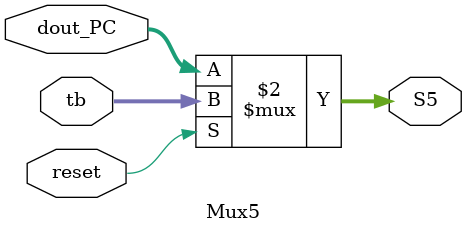
<source format=v>


module ULA (b, a, sinal, soma, flag);

input signed [63:0] b, a; 
input [3:0] sinal; // Vem da ALU_Control
output signed [63:0] soma;
output flag;

//************CÓDIGO ANTIGO**************************************************************************
// wire flagBEQ, flagBLT, flagBLTU;
// wire is_negative;

// wire unsigned [63:0] au, bu;
// wire unsigned [63:0] soma_;


// assign au = a[63:0];
// assign bu = b[63:0];
// assign {is_negative, soma_} = au - bu; // Se der overflow, eh negativo e portanto a < b

// assign b_ = ~b + 1; // Transforma o que foi recebido para ser interpretado como unsigned (BLTU e BGEU)

// reg agora vai ter unsigned p a e p b, em vez do padrao ser unsigned

// assign soma = (sinal[6:0] == 7'b0000011) ? (a + b): // load
//                         (sinal[6:0] == 7'b0100011) ? (a + b): // store
//                         (sinal[6:0] == 7'b0110011 && sinal[31:25] == 0 ) ? (a + b): // add - pega opcode e func7 p verificar se soma mesmo
//                         (sinal[6:0] == 7'b0010011) ? (a + b): // addi
//                         // (sinal[6:0] == 7'b1100011 && sinal[14:12]== 3'b110) ? (au + b_): // BLTU, analisamos o funct3
                        // (sinal[6:0] == 7'b1100011 && sinal[14:12]== 3'b111) ? (au + b_): // BGEU
                                                                                // (a - b); // as outras (sub, por exemplo, que tem opcode igual ao add, mas funct7 diferente)


// assign flagBEQ = (soma == 0) ? 1:
//                                0;
// assign flagBLT = (soma < 0) ? 1:
//                               0;
// assign flagBLTU = (is_negative == 1) ? 1:
//                                       0;

// assign flag = (sinal[6:0] == 7'b0000011) ? 0: // load
//              (sinal[6:0] == 7'b0100011) ? 0: // store
//              (sinal[6:0] == 7'b0110011) ? 0: // add
//              (sinal[6:0] == 7'b0010011) ? 0: // addi
//              (sinal[6:0] == 7'b1100011 && sinal[14:12] == 3'b000) ? flagBEQ: // BEQ
//              (sinal[6:0] == 7'b1100011 && sinal[14:12] == 3'b001) ? !flagBEQ: // BNE
//              (sinal[6:0] == 7'b1100011 && sinal[14:12] == 3'b100) ? flagBLT: // BLT
//              (sinal[6:0] == 7'b1100011 && sinal[14:12] == 3'b101) ? !flagBLT: // BGE
//              (sinal[6:0] == 7'b1100011 && sinal[14:12] == 3'b110) ? flagBLTU: // BLTU
//              (sinal[6:0] == 7'b1100011 && sinal[14:12] == 3'b111) ? (!flagBLTU): // BGEU
//              (sinal[6:0] == 7'b1101111) ? 1: // JAL
//              (sinal[6:0] == 7'b1100111) ? 1: // JALR
            
                                                                            // 0;
//*************FIM DO CÓDIGO ANTIGO**********************************************************

assign soma = (sinal == 4'b0010) ? (a+b): //ADD
              (sinal == 4'b0110) ? (a-b): //SUB
                                   (a-b); // outras que por enquanto nao temos
assign flag = 0; //ADD e SUB
    
     
endmodule

module somador_four(dout_pc, soma);

input [31:0] dout_pc;
output [31:0] soma;

assign soma = {dout_pc<<2} + 4; // Shift left, pois o PC está em unidade de instrução e não de 4 em 4

endmodule

module somador_imm(dout, imm, soma);

input [63:0] dout;
input [63:0] imm;
output [31:0] soma;

assign soma = {dout} + imm[31:0]; 

endmodule


module memoria(ads, we, din, dout);
  
input [63:0] ads; // Perguntar para os prof se o endereço da memoria é de 5 ou 64 bits (como sai do somador, a saída padrão é de 64 bits).
input we;
input signed [63:0] din;
output signed [63:0] dout;
reg signed [63:0] registradores [31:0]; // Registradores

initial begin
   
    registradores[0] = 45;
    registradores[1] = 11;
    registradores[3] = 14;
    
end

  // Read operation
  assign dout = (we) ? din : registradores[ads];
  
  // Write operation
  always @(posedge we)
    registradores[ads] <= din;

    always@(registradores[13]) begin

        $display("Conteúdo registrador 13 da memória: %d", registradores[13]);
    
    end

endmodule


module PC(clock, r_enable, data_in, data_out);

input             clock;
input             r_enable;
input      [31:0] data_in;
output reg [31:0] data_out;

initial begin
    data_out <=2;

end

always @(posedge clock)
begin
    if(r_enable)
        data_out <= data_in[7:2]; 
end

endmodule


module IR(clock, r_enable, data_in, data_out, rs1, rs2, rd, opcode, funct7, funct3);

input             clock;
input             r_enable;
input      [31:0] data_in;
output  reg   [31:0] data_out;
output [6:0] opcode;
output  [4:0] rs1;
output  [4:0] rd;
output  [4:0] rs2;
output  funct7;
output  [2:0] funct3;


always @(posedge clock)
begin
    if(r_enable) begin
        data_out <= data_in[31:0]; // Sai a palavra de 32 bits
    end

end

assign rd = data_out[11:7]; // Write addres for the registers in LOAD, ADD, SUB, ADDI instructions
assign rs1 =  data_out[19:15]; // Read addres for the registers in LOAD, ADD, SUB, STORE, ADDI, BNE, ... instructions
assign rs2 = data_out[24:20]; // Another read addres for the registers in ADD, SUB, STORE, BNE, BEQ, ... instructions
assign opcode =  data_out[6:0]; // Opcode in all instructions
assign funct7 =  data_out[30]; // For ADD and SUB
assign funct3 =  data_out[14:12]; // For ADD and SUB

endmodule

module imm_generator(
    palavra, // Vem da IR
    opcode, // Vem da Memoria de Instrução
    imm
);

input signed [31:0] palavra;
input [6:0] opcode;
output signed [63:0] imm;

wire signed [11:0] imm_field_typeA; // LOAD, STORE, BRANCH, ADD, SUB, ADDI...
wire signed [19:0] imm_field_typeB; // AUIPC

  // Select the appropriate bits for the immediate field based on the opcode (in case we dont need immediate, it takes the default field)
assign imm_field_typeA = (opcode == 7'b0000011) ? palavra[31:20] : // LOAD
                     (opcode == 7'b0100011) ? {palavra[31:25],palavra[11:7]} : // STORE
                     (opcode == 7'b1100011) ? {palavra[31],palavra[7], palavra[30:25],palavra[11:8]}  : // BRANCH INSTRUCTIONS (BEQ, BNE, etc)
                     (opcode == 7'b0010011) ? palavra[31:20] : // ADDI
                                              palavra[31:20]; // ADD, SUB -> don't care e para o JALR
assign imm_field_typeB = (opcode == 7'b0010111) ? palavra[31:12]: // AUIPC
                        (opcode == 7'b1101111) ? {palavra[31], palavra[19:12], palavra[20], palavra[30:21]}: // JAL
                                                                                             palavra[31:12]; 

  // Sign-extend the immediate field to 64 bits and shifts left by 2 if it is a branch instruction
assign imm = (opcode == 7'b1100011) ? {{50{imm_field_typeA[11]}}, imm_field_typeA} << 2:
               (opcode == 7'b0010111) ? {{32{imm_field_typeB[19]}}, imm_field_typeB} << 12: // AUIPC
               (opcode == 7'b1101111) ? {{43{imm_field_typeB[19]}}, imm_field_typeB} << 1: // JAL
                                        {{52{imm_field_typeA[11]}}, imm_field_typeA}; // se não for branch instruction, apenas faz o signal extend

endmodule



module registrador (clk, din, we, Rw, Ra, Rb, doutA, doutB);
    input clk;             // Clock do sistema
    input signed [63:0] din; // Dados de entrada  
    input we;          // Sinal de carregamento de dados
    output reg signed [64-1:0] doutA; // Dado de saída
    output reg signed [64-1:0]  doutB; // Dado de saída
    input [4:0] Rw; // Vai vir da memoria de instrução
    input [4:0] Ra; // Vai vir da memoria de instrução
    input [4:0] Rb; // Vai vir da memoria de instrução

    reg signed [63:0] registradores [31:0]; //Registradores

    initial begin
        
        registradores[0] = 1;
        registradores[1] = 1;
        registradores[2] = 1;
        registradores[3] = 0;
        registradores[4] = 64'b1111111111111111111111111111111111111111111111111111111111111111;
        // registradores[5] = 64'b1111111111111111111111111111111111111111111111111111111111111110;;
        registradores[5] = 64'b0000000000000000000000000000000000000000000000000000000000000001;
        registradores[8] = 62;

    end

    // Temos clock em registradores, por isso vamos usar o always

    always @(posedge clk) begin

        // $display("Registrador do banco onde ocorre o primeiro LOAD:", registradores[1]); 
        // $display("Registrador do banco onde ocorre o primeiro ADD :", registradores[3]); 
        // $display("Registrador do banco onde ocorre o primeiro SUB :", registradores[4]); 
        // $display("Registrador do banco onde ocorre o ADDI :", registradores[2]); 
        // $display("Registrador do banco onde ocorre o SUBI :", registradores[7]); 
        
        

        if (we) begin // Se o sinal de carregamento de dados estiver ativo
            registradores[Rw] <= din; // Carrega os dados de entrada no registrador

        end
        begin
            doutA <= registradores[Ra]; // Lê os dados do registrador 
            doutB <= registradores[Rb]; // Lê os dados do registrador 
        end
        // $display(doutA);
        // $finish;
        

    end

    always@(registradores[9]) begin

        $display("Conteúdo do x9 no banco de registradores: %d", registradores[9]);
    
    end

    always@(registradores[10]) begin

        $display("Conteúdo do x10 no banco de registradores: %d", registradores[10]);
    
    end

    

endmodule

module Mux1 (imm , doutB, sinalMux, S1 );

input signed [63:0] doutB;
input signed [63:0] imm; // Imediato extendido
output signed [63:0] S1;
input sinalMux;


assign S1 = (sinalMux == 1'b0) ? imm: doutB;
            
endmodule


module Mux2 (dout, soma , PC_four, PC_imm, sinalMux, S2);

input signed [63:0] dout, soma;
input signed [31:0] PC_four, PC_imm;
output signed [63:0] S2;
input [1:0] sinalMux;


assign S2 = (sinalMux == 2'b00) ? (dout):
            (sinalMux == 2'b01) ? (soma):
            (sinalMux == 2'b10) ? (PC_four):
                                  (PC_imm);
            
endmodule

module Mux3 (imm_some, four_some, flag, S3);

input [31:0] imm_some; // Vem do somador_imm
input [31:0] four_some; // Vem do somador_four
output [31:0] S3; // Vai para o PC
input flag; // Vem da ULA


assign S3 = (flag == 1'b0) ? (four_some):(imm_some);
            
endmodule

module Mux4 (doutA, PC, sinalMux, S4);

input [63:0] doutA;
input [31:0] PC; 
output [63:0] S4; 
input sinalMux; 


assign S4 = (sinalMux == 1'b0) ? (PC << 2):(doutA); // Shift left, pois o PC está em unidade de instrução e não de 4 em 4
            
endmodule

module Mux5 (dout_PC, tb, reset, S5);

input [31:0] dout_PC;
input [31:0] tb; 
output [31:0] S5; 
input reset; 


assign S5 = (reset == 1'b0) ? (dout_PC):(tb); //  Se houver reset, pega a entrada do endereço da instrução pelo testbench
            
endmodule

// Mux 5 (saída PC e testbench)

</source>
